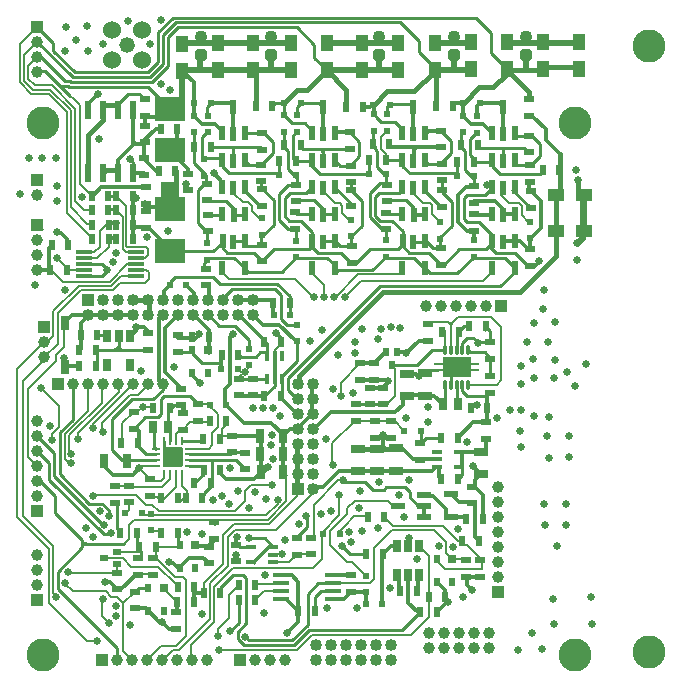
<source format=gbl>
G04 Layer_Physical_Order=4*
G04 Layer_Color=13085014*
%FSLAX25Y25*%
%MOIN*%
G70*
G01*
G75*
%ADD10C,0.00800*%
%ADD16R,0.03543X0.02362*%
%ADD24R,0.03622X0.01575*%
%ADD27R,0.02362X0.03543*%
%ADD34R,0.01575X0.03622*%
%ADD44R,0.01968X0.02598*%
%ADD47R,0.02756X0.05118*%
%ADD54R,0.01968X0.01968*%
%ADD55C,0.01000*%
%ADD56C,0.01200*%
%ADD57C,0.01600*%
%ADD58C,0.01400*%
%ADD61C,0.01042*%
%ADD63C,0.00600*%
%ADD74C,0.05200*%
%ADD75C,0.06000*%
%ADD76C,0.04000*%
%ADD77C,0.03937*%
%ADD78R,0.03937X0.03937*%
%ADD79R,0.04000X0.04000*%
%ADD80R,0.04000X0.04000*%
%ADD81C,0.04331*%
%ADD82P,0.04688X8X112.5*%
%ADD83R,0.03937X0.03937*%
%ADD84C,0.11000*%
%ADD85C,0.02600*%
%ADD86R,0.10236X0.07874*%
%ADD87R,0.06299X0.07480*%
%ADD88R,0.01968X0.01968*%
%ADD89R,0.02362X0.04528*%
%ADD90R,0.02362X0.06102*%
%ADD91R,0.05709X0.01181*%
%ADD92R,0.02756X0.04724*%
%ADD93R,0.05709X0.01772*%
%ADD94R,0.04528X0.02362*%
%ADD95R,0.05118X0.02756*%
%ADD96R,0.02756X0.03937*%
%ADD97R,0.02500X0.04000*%
%ADD98R,0.03937X0.05512*%
%ADD99R,0.05512X0.03937*%
G04:AMPARAMS|DCode=100|XSize=9.84mil|YSize=23.62mil|CornerRadius=1.97mil|HoleSize=0mil|Usage=FLASHONLY|Rotation=180.000|XOffset=0mil|YOffset=0mil|HoleType=Round|Shape=RoundedRectangle|*
%AMROUNDEDRECTD100*
21,1,0.00984,0.01968,0,0,180.0*
21,1,0.00591,0.02362,0,0,180.0*
1,1,0.00394,-0.00295,0.00984*
1,1,0.00394,0.00295,0.00984*
1,1,0.00394,0.00295,-0.00984*
1,1,0.00394,-0.00295,-0.00984*
%
%ADD100ROUNDEDRECTD100*%
G04:AMPARAMS|DCode=101|XSize=9.84mil|YSize=23.62mil|CornerRadius=1.97mil|HoleSize=0mil|Usage=FLASHONLY|Rotation=270.000|XOffset=0mil|YOffset=0mil|HoleType=Round|Shape=RoundedRectangle|*
%AMROUNDEDRECTD101*
21,1,0.00984,0.01968,0,0,270.0*
21,1,0.00591,0.02362,0,0,270.0*
1,1,0.00394,-0.00984,-0.00295*
1,1,0.00394,-0.00984,0.00295*
1,1,0.00394,0.00984,0.00295*
1,1,0.00394,0.00984,-0.00295*
%
%ADD101ROUNDEDRECTD101*%
G04:AMPARAMS|DCode=102|XSize=66.93mil|YSize=66.93mil|CornerRadius=2.01mil|HoleSize=0mil|Usage=FLASHONLY|Rotation=270.000|XOffset=0mil|YOffset=0mil|HoleType=Round|Shape=RoundedRectangle|*
%AMROUNDEDRECTD102*
21,1,0.06693,0.06291,0,0,270.0*
21,1,0.06291,0.06693,0,0,270.0*
1,1,0.00402,-0.03146,-0.03146*
1,1,0.00402,-0.03146,0.03146*
1,1,0.00402,0.03146,0.03146*
1,1,0.00402,0.03146,-0.03146*
%
%ADD102ROUNDEDRECTD102*%
G04:AMPARAMS|DCode=103|XSize=11.02mil|YSize=33.47mil|CornerRadius=1.98mil|HoleSize=0mil|Usage=FLASHONLY|Rotation=0.000|XOffset=0mil|YOffset=0mil|HoleType=Round|Shape=RoundedRectangle|*
%AMROUNDEDRECTD103*
21,1,0.01102,0.02950,0,0,0.0*
21,1,0.00705,0.03347,0,0,0.0*
1,1,0.00397,0.00353,-0.01475*
1,1,0.00397,-0.00353,-0.01475*
1,1,0.00397,-0.00353,0.01475*
1,1,0.00397,0.00353,0.01475*
%
%ADD103ROUNDEDRECTD103*%
G04:AMPARAMS|DCode=104|XSize=64.96mil|YSize=94.49mil|CornerRadius=1.95mil|HoleSize=0mil|Usage=FLASHONLY|Rotation=90.000|XOffset=0mil|YOffset=0mil|HoleType=Round|Shape=RoundedRectangle|*
%AMROUNDEDRECTD104*
21,1,0.06496,0.09059,0,0,90.0*
21,1,0.06106,0.09449,0,0,90.0*
1,1,0.00390,0.04530,0.03053*
1,1,0.00390,0.04530,-0.03053*
1,1,0.00390,-0.04530,-0.03053*
1,1,0.00390,-0.04530,0.03053*
%
%ADD104ROUNDEDRECTD104*%
%ADD105R,0.02598X0.01968*%
%ADD106R,0.02362X0.03150*%
%ADD107R,0.03150X0.03150*%
%ADD108C,0.02000*%
%ADD109C,0.02400*%
%ADD110R,0.03180X0.01102*%
%ADD111R,0.03280X0.01102*%
%ADD112R,0.03380X0.01102*%
%ADD113R,0.03380X0.01102*%
D10*
X40300Y147800D02*
G03*
X40500Y147600I200J0D01*
G01*
X37600Y114600D02*
G03*
X39900Y113244I1828J472D01*
G01*
X35600Y113300D02*
G03*
X37600Y114600I350J1650D01*
G01*
X27500Y48600D02*
G03*
X25579Y47400I-361J-1561D01*
G01*
Y49700D02*
G03*
X26999Y48725I1361J461D01*
G01*
X147583Y122400D02*
G03*
X149150Y122550I709J859D01*
G01*
X167700Y180600D02*
G03*
X165900Y179400I-300J-1500D01*
G01*
X165900D02*
G03*
X164300Y180600I-1400J-200D01*
G01*
X138300Y180700D02*
G03*
X136200Y179300I-350J-1750D01*
G01*
Y179400D02*
G03*
X133900Y180600I-1750J-550D01*
G01*
X107300Y180244D02*
G03*
X105600Y179000I-228J-1472D01*
G01*
D02*
G03*
X104000Y180244I-1422J-178D01*
G01*
X76000Y179400D02*
G03*
X74300Y180700I-1500J-200D01*
G01*
X77100Y180800D02*
G03*
X76000Y179400I150J-1250D01*
G01*
X42500Y183500D02*
G03*
X43900Y182100I1400J0D01*
G01*
X94441Y42441D02*
X97000Y45000D01*
X89240Y42441D02*
X94441D01*
X97000Y45000D02*
X97044Y45044D01*
X101900D01*
Y50556D02*
X102700Y51356D01*
Y61500D01*
X105344Y43444D02*
Y52344D01*
X102400Y40500D02*
X105344Y43444D01*
X75750Y40500D02*
X102400D01*
X26172Y159728D02*
X28272D01*
X23200Y162700D02*
X26172Y159728D01*
X23200Y162700D02*
Y193660D01*
X46900Y147600D02*
X47500Y147000D01*
X20400Y158844D02*
X28844Y150400D01*
X20400Y158844D02*
Y192500D01*
X27200Y155300D02*
X28744D01*
X21800Y160700D02*
X27200Y155300D01*
X21800Y160700D02*
Y193080D01*
X18200Y201100D02*
X24600Y194700D01*
X17200Y143800D02*
X20356Y140644D01*
Y140000D02*
Y140644D01*
Y140000D02*
X20424Y139931D01*
X26239D01*
X44500Y73700D02*
X48300Y69900D01*
X39500Y48600D02*
X41100Y50200D01*
X45244Y44412D02*
X45500Y44156D01*
X70800Y17800D02*
Y20100D01*
X74400Y23700D01*
X129140Y61260D02*
X130642D01*
X127400Y63000D02*
X129140Y61260D01*
X116300Y63000D02*
X127400D01*
X139500Y65000D02*
X140700D01*
X141100Y64600D01*
X147327Y122656D02*
X148291Y121691D01*
X141800Y122656D02*
X147327D01*
X131200Y138400D02*
X132160Y139360D01*
X117347Y138400D02*
X131200D01*
X21044Y38956D02*
X37100D01*
X20900Y39100D02*
X21044Y38956D01*
X20900Y39100D02*
X21800D01*
X125456Y28500D02*
X125556Y28600D01*
X108961Y35480D02*
X108982Y35500D01*
X121400D01*
X122800Y36900D01*
X113800Y42600D02*
X115356D01*
X108100Y48300D02*
X113800Y42600D01*
X108100Y48300D02*
Y52800D01*
X115356Y42600D02*
X120000Y37956D01*
X83156Y29880D02*
X86197Y32921D01*
X91639D01*
X83156Y34780D02*
X83576Y35200D01*
X111100Y58100D02*
Y64900D01*
X105344Y52344D02*
X111100Y58100D01*
X113900Y58600D02*
Y60600D01*
X108100Y52800D02*
X113900Y58600D01*
Y60600D02*
X116300Y63000D01*
X90800Y62000D02*
Y63300D01*
X97200Y64440D02*
Y67000D01*
X76200Y55100D02*
X87860D01*
X93500Y62720D02*
Y71540D01*
X70044Y56600D02*
X87380D01*
X93500Y62720D01*
X87860Y55100D02*
X97200Y64440D01*
X86900Y58100D02*
X90800Y62000D01*
X46044Y58100D02*
X86900D01*
X108900Y74800D02*
Y82100D01*
X24420Y134600D02*
X35180D01*
X15900Y117800D02*
Y126080D01*
X24420Y134600D01*
X25000Y133200D02*
X35760D01*
X17300Y125500D02*
X25000Y133200D01*
X17300Y115300D02*
Y125500D01*
X125100Y180200D02*
Y184344D01*
Y180200D02*
X126756Y178544D01*
X125100Y184344D02*
X127100Y186344D01*
X158800Y40300D02*
Y43156D01*
X146300Y40300D02*
X158800D01*
X22300Y32700D02*
X33300D01*
X19900Y35100D02*
X22300Y32700D01*
X3900Y57500D02*
X14500Y46900D01*
Y28700D02*
Y46900D01*
X5800Y58000D02*
X15900Y47900D01*
Y32257D02*
Y47900D01*
X14500Y28700D02*
X27100Y16100D01*
X15900Y32257D02*
X16900Y31257D01*
Y29900D02*
Y31257D01*
X84344Y157156D02*
X85400D01*
X82118Y159382D02*
X84344Y157156D01*
X82118Y159382D02*
Y161300D01*
X89600Y113044D02*
X92156Y115600D01*
X76300Y53200D02*
X90100D01*
X74000Y50900D02*
X76300Y53200D01*
X72500Y51400D02*
X76200Y55100D01*
X81850Y68200D02*
X88800D01*
X79800Y66150D02*
X81850Y68200D01*
X79800Y63000D02*
Y66150D01*
X76300Y59500D02*
X79800Y63000D01*
X51000Y59500D02*
X76300D01*
X80200Y18000D02*
X80250Y17950D01*
X97100Y13300D02*
X102000Y18200D01*
X71200Y13300D02*
X97100D01*
X102000Y18200D02*
X135011D01*
X71200Y13300D02*
X71300Y13200D01*
X57244Y29155D02*
X57422Y28978D01*
X52559Y33840D02*
X57244Y29155D01*
Y28800D02*
X57422Y28978D01*
X57100Y28656D02*
X57244Y28800D01*
X90100Y53200D02*
X102200Y65300D01*
X135011Y18200D02*
X140944Y24133D01*
Y44645D01*
X128700Y53200D02*
X142800D01*
X129156Y54600D02*
X145900D01*
X122800Y47300D02*
X128700Y53200D01*
X145900Y54600D02*
X150872Y49628D01*
X126156Y57600D02*
X129156Y54600D01*
X142800Y53200D02*
X146640Y49360D01*
X150872Y49628D02*
X152472D01*
X146640Y45559D02*
Y49360D01*
X143641Y42959D02*
X146300Y40300D01*
X56800Y14600D02*
X60100Y17900D01*
X51600Y14600D02*
X56800D01*
X52300Y9700D02*
X55768Y13168D01*
X68167Y23566D02*
Y25567D01*
X57767Y13168D02*
X68167Y23566D01*
X55768Y13168D02*
X57767D01*
X61800Y15000D02*
X69467Y22667D01*
X61800Y11700D02*
Y15000D01*
X60100Y17900D02*
Y36500D01*
X59200Y37400D02*
X60100Y36500D01*
X56300Y37400D02*
X59200D01*
X49944Y43756D02*
X56300Y37400D01*
X49000Y43756D02*
X49944D01*
X49000D02*
X49956Y44712D01*
Y47600D01*
X77356Y107000D02*
X78456Y105900D01*
X79600D01*
X77800Y103656D02*
Y104100D01*
X79600Y105900D01*
X81200Y107500D01*
Y108144D01*
X64200Y95156D02*
X67244D01*
X70700Y91700D01*
X38844Y88700D02*
X42600Y92456D01*
X171100Y162200D02*
X172000Y161300D01*
Y158156D02*
Y161300D01*
X126756Y176400D02*
Y178544D01*
X138500Y75844D02*
X139456Y76800D01*
X102160Y139640D02*
Y140371D01*
X114400Y156600D02*
X115200D01*
X112200Y158800D02*
X114400Y156600D01*
X112200Y158800D02*
Y161200D01*
X111300Y162100D02*
X112200Y161200D01*
X109900Y162100D02*
X111300D01*
X80918Y162500D02*
X82118Y161300D01*
X144700Y155800D02*
X144900D01*
X142100Y158400D02*
X144700Y155800D01*
X142100Y158400D02*
Y161400D01*
X141300Y162200D02*
X142100Y161400D01*
X172000Y158156D02*
X174200Y155956D01*
X79000Y162500D02*
X80918D01*
X75900Y165600D02*
X79000Y162500D01*
X75900Y165600D02*
Y167229D01*
X105900Y166100D02*
X109900Y162100D01*
X105900Y166100D02*
Y167229D01*
X139000Y162200D02*
X141300D01*
X136100Y165100D02*
X139000Y162200D01*
X136100Y165100D02*
Y167629D01*
X58456Y63000D02*
X60356Y64900D01*
X61500Y89144D02*
X67688D01*
X58400Y86932D02*
X58963Y86369D01*
X145444Y120500D02*
X146323Y119621D01*
X52000Y63000D02*
X56631Y67632D01*
X60356Y64900D02*
Y66144D01*
X58600Y67900D02*
X60356Y66144D01*
X58600Y67900D02*
Y71900D01*
X56631Y67632D02*
Y71900D01*
X150260Y107395D02*
X151286Y106369D01*
X56631Y85232D02*
X57600Y86200D01*
X52694Y70695D02*
Y71900D01*
X51656Y69656D02*
X52694Y70695D01*
X52694Y74459D02*
X52694Y74459D01*
X52000Y67400D02*
X54663Y70063D01*
Y71900D01*
X56631Y82924D02*
Y85232D01*
X59000Y86644D02*
X61500Y89144D01*
X67688D02*
X67944Y89400D01*
X154197Y101587D02*
X163687D01*
X165200Y103100D01*
X116344Y89544D02*
X123800D01*
X73456Y88281D02*
Y89400D01*
X47600Y64144D02*
X50400D01*
X51544Y63000D01*
X52000D01*
X57056D02*
X58456D01*
X38844Y82100D02*
Y88700D01*
X52694Y82924D02*
Y83706D01*
Y74459D02*
X55647Y77412D01*
X72100Y86926D02*
X73456Y88281D01*
X70700Y87400D02*
Y91700D01*
X146323Y113202D02*
Y119621D01*
X148291Y113202D02*
Y121691D01*
X42600Y92456D02*
X43856D01*
X45700Y94300D01*
X48684D01*
X49084Y94700D01*
X44200Y98300D02*
X47300Y101400D01*
Y101800D01*
X32100Y89021D02*
X41379Y98300D01*
X32100Y85500D02*
Y89021D01*
X41379Y98300D02*
X44200D01*
X28954Y88454D02*
X42300Y101800D01*
X132160Y139160D02*
Y140371D01*
X61159Y80365D02*
X67665D01*
X108900Y82100D02*
X116344Y89544D01*
X7500Y77600D02*
X10500Y74600D01*
X25300Y125000D02*
X27500D01*
X3900Y106900D02*
X12800Y115800D01*
X3900Y57500D02*
Y106900D01*
X5800Y58000D02*
Y102900D01*
X12800Y109900D01*
Y110800D01*
X29537Y145737D02*
X31400Y147600D01*
X27039Y145737D02*
X29537D01*
X34356Y147656D02*
Y151500D01*
X30468Y143769D02*
X34356Y147656D01*
X27039Y143769D02*
X30468D01*
X46468Y143869D02*
X47500Y144900D01*
X16600Y111500D02*
X19400Y114300D01*
Y122184D01*
X7500Y77600D02*
Y100300D01*
X16600Y109400D01*
Y111500D01*
X12800Y115800D02*
X13900D01*
X12800Y110800D02*
X17300Y115300D01*
X13900Y115800D02*
X15900Y117800D01*
X4732Y202368D02*
X8500Y198600D01*
X14300D01*
X34600Y136000D02*
X40500Y141900D01*
X35180Y134600D02*
X38543Y137963D01*
X116056Y57700D02*
X119744D01*
X110856Y52500D02*
X111600Y53244D01*
Y53253D01*
X112947Y54600D01*
X112956D01*
X116056Y57700D01*
X169140Y185071D02*
X170225Y186156D01*
X9080Y200000D02*
X14880D01*
X6132Y202948D02*
X9080Y200000D01*
X6132Y202948D02*
Y211631D01*
X10500Y214900D02*
Y215000D01*
X9660Y201400D02*
X15460D01*
X7531Y203528D02*
X9660Y201400D01*
X4732Y202368D02*
Y215231D01*
X10500Y221000D01*
X6132Y211631D02*
X10500Y216000D01*
X7531Y203528D02*
Y208032D01*
X10500Y211000D01*
X38543Y137963D02*
X43561D01*
X47700Y136900D02*
Y139100D01*
X43561Y139931D02*
X43730Y140100D01*
X46869Y139931D02*
X47700Y139100D01*
X43561Y139931D02*
X46869D01*
X35760Y133200D02*
X38160Y135600D01*
X46400D01*
X47700Y136900D01*
X40500Y141900D02*
X43561D01*
X74400Y137000D02*
X96300D01*
X72160Y139240D02*
X74400Y137000D01*
X72160Y139240D02*
Y140371D01*
X132160Y139360D02*
Y140371D01*
X159100Y136300D02*
X162160Y139360D01*
Y140371D01*
X47500Y144900D02*
Y147000D01*
X32200Y24400D02*
X34500Y22100D01*
X27100Y16100D02*
X30500D01*
X48300Y69656D02*
X51656D01*
X48300D02*
Y69900D01*
X45259Y74459D02*
X50135D01*
X44500Y73700D02*
X45259Y74459D01*
X165200Y164800D02*
Y167229D01*
Y164800D02*
X167800Y162200D01*
X171100D01*
X165200Y103100D02*
Y120900D01*
X161800Y124300D02*
X165200Y120900D01*
X150900Y124300D02*
X161800D01*
X148291Y121691D02*
X149150Y122550D01*
X150900Y124300D01*
X89600Y112440D02*
Y113044D01*
X67665Y80365D02*
X68800Y81500D01*
Y85500D01*
X70700Y87400D01*
X72512Y84556D02*
X75500D01*
X72100Y84144D02*
Y86926D01*
X71356Y83400D02*
X72100Y84144D01*
X72512Y84556D01*
X71456Y73300D02*
Y73500D01*
X102700Y130600D02*
Y130800D01*
X96300Y137000D02*
X102700Y130600D01*
X109900Y130200D02*
X110000Y130100D01*
X109900Y130200D02*
Y131100D01*
X118554Y136300D02*
X159100D01*
X109624Y130676D02*
X117347Y138400D01*
X112854Y131000D02*
X113054Y130800D01*
X112500Y131000D02*
X112854D01*
X112908D01*
X129688Y89456D02*
X132844Y86300D01*
X128400Y89456D02*
X129688D01*
X123200D02*
X128400D01*
X111800Y102356D02*
X118200Y108756D01*
X111800Y97700D02*
Y102356D01*
X127000Y95044D02*
X129800Y97844D01*
X128600Y108056D02*
X129800Y106856D01*
Y97844D02*
Y106856D01*
X15544Y139456D02*
X19000Y136000D01*
X34600D01*
X32000Y95599D02*
Y100700D01*
X37600Y99219D02*
Y100700D01*
X27300Y92879D02*
Y101800D01*
X24000Y85619D02*
X37600Y99219D01*
X28954Y86879D02*
Y87279D01*
Y88454D01*
X24000Y83400D02*
Y85619D01*
X19600Y77000D02*
X21300Y75300D01*
X19600Y77000D02*
Y85179D01*
X27300Y92879D01*
X21200Y79300D02*
Y84799D01*
X32000Y95599D01*
X15400Y83200D02*
Y85300D01*
X17700Y87600D01*
Y94500D01*
X11600Y100600D02*
X17700Y94500D01*
X29600Y64900D02*
X43300D01*
X29200Y64500D02*
X29600Y64900D01*
X41200Y59956D02*
Y62344D01*
X39744Y58500D02*
X41200Y59956D01*
X42600Y67400D02*
X52000D01*
X36500Y67956D02*
X41200D01*
X48300Y52944D02*
X51500D01*
X51744Y52700D01*
X50756Y47600D02*
X57601D01*
X57741Y47740D01*
X61800Y11700D02*
X63500Y10000D01*
X44913Y45869D02*
X45244Y46200D01*
Y47600D01*
X46600Y61600D02*
X48900D01*
X43300Y64900D02*
X46600Y61600D01*
X39200Y12800D02*
X42000Y10000D01*
X102200Y65300D02*
Y66800D01*
X102700Y61500D02*
X110900Y69700D01*
X111900D01*
X68928Y55928D02*
X69500Y55356D01*
X83576Y35200D02*
X90876D01*
X74400Y23700D02*
Y31516D01*
X77644Y34760D01*
Y34780D01*
X137840Y47749D02*
X140944Y44645D01*
X148759Y43440D02*
X153516D01*
X153800Y43156D01*
X152784Y57560D02*
X153444Y56900D01*
X122800Y36900D02*
Y47300D01*
X146640Y45559D02*
X148759Y43440D01*
X153856Y48100D02*
X158800Y43156D01*
X151800Y48100D02*
X153856D01*
X74000Y41300D02*
Y50900D01*
X72000Y36750D02*
X75750Y40500D01*
X66200Y35600D02*
X72500Y41900D01*
X66200Y32232D02*
Y35600D01*
X66069Y32100D02*
X66200Y32232D01*
X72500Y41900D02*
Y51400D01*
X47000Y10000D02*
X51600Y14600D01*
X143641Y42959D02*
Y43440D01*
Y35960D02*
X143760D01*
X43756Y49088D02*
X45244Y47600D01*
X37100Y38956D02*
Y41693D01*
X37239Y41831D01*
Y45768D02*
X37339Y45869D01*
X44913D01*
X41100Y50200D02*
Y54800D01*
X42900Y56600D01*
X43744Y38644D02*
X50300D01*
X39200Y12800D02*
Y28756D01*
X43000Y32556D01*
X37156Y30800D02*
X39200Y28756D01*
X35200Y30800D02*
X37156D01*
X33300Y32700D02*
X35200Y30800D01*
X32200Y24400D02*
Y30200D01*
X21200Y79300D02*
X21900Y78600D01*
X69300Y55856D02*
X70044Y56600D01*
X42900D02*
X68256D01*
X68928Y55928D01*
X45300Y58844D02*
X46044Y58100D01*
X48900Y61600D02*
X51000Y59500D01*
X15460Y201400D02*
X23200Y193660D01*
X14880Y200000D02*
X21800Y193080D01*
X14300Y198600D02*
X20400Y192500D01*
X24600Y168644D02*
Y194700D01*
Y168644D02*
X28644Y164600D01*
X31400Y147600D02*
Y152844D01*
X34256Y155700D01*
X90876Y30082D02*
X91639D01*
X137256Y25744D02*
X138188D01*
X113054Y130800D02*
X118554Y136300D01*
X102160Y138740D02*
Y140371D01*
Y138740D02*
X106100Y134800D01*
Y130800D02*
Y134800D01*
D16*
X138100Y82156D02*
D03*
Y76644D02*
D03*
X60900Y171956D02*
D03*
Y166444D02*
D03*
X85500Y185456D02*
D03*
Y179944D02*
D03*
X145100Y141644D02*
D03*
Y147156D02*
D03*
X114600Y185756D02*
D03*
Y180244D02*
D03*
X145100Y186256D02*
D03*
Y180744D02*
D03*
X66800Y140356D02*
D03*
Y134844D02*
D03*
X46400Y191344D02*
D03*
Y196856D02*
D03*
X46300Y187956D02*
D03*
Y182444D02*
D03*
X46200Y177156D02*
D03*
Y171644D02*
D03*
X46900Y167456D02*
D03*
Y161944D02*
D03*
X46800Y159456D02*
D03*
Y153944D02*
D03*
X58400Y94744D02*
D03*
Y100256D02*
D03*
X36500Y67756D02*
D03*
Y62244D02*
D03*
X155500Y62044D02*
D03*
Y67556D02*
D03*
X158100Y43156D02*
D03*
Y37644D02*
D03*
X175100Y166156D02*
D03*
Y160644D02*
D03*
X145300Y169744D02*
D03*
Y175256D02*
D03*
Y166400D02*
D03*
Y160888D02*
D03*
X115200Y166556D02*
D03*
Y161044D02*
D03*
X85200Y169444D02*
D03*
Y174956D02*
D03*
X85300Y166856D02*
D03*
Y161344D02*
D03*
X127000Y168356D02*
D03*
Y162844D02*
D03*
X96700Y168256D02*
D03*
Y162744D02*
D03*
X67100Y168656D02*
D03*
Y163144D02*
D03*
X116600Y95056D02*
D03*
Y89544D02*
D03*
X125800Y95044D02*
D03*
Y100556D02*
D03*
X153400Y43156D02*
D03*
Y37644D02*
D03*
X123200Y83944D02*
D03*
Y89456D02*
D03*
X47300Y113244D02*
D03*
Y118756D02*
D03*
X42600Y86944D02*
D03*
Y92456D02*
D03*
X57500Y112544D02*
D03*
Y118056D02*
D03*
X77800Y103656D02*
D03*
Y98144D02*
D03*
X122800Y108756D02*
D03*
Y103244D02*
D03*
X43000Y32556D02*
D03*
Y27044D02*
D03*
X49000Y43756D02*
D03*
Y38244D02*
D03*
X56900Y25856D02*
D03*
Y20344D02*
D03*
X67700Y47556D02*
D03*
Y42044D02*
D03*
X69300Y50344D02*
D03*
Y55856D02*
D03*
X64200Y89644D02*
D03*
Y95156D02*
D03*
X85500Y148356D02*
D03*
Y142844D02*
D03*
X115300Y147756D02*
D03*
Y142244D02*
D03*
X174900Y146756D02*
D03*
Y141244D02*
D03*
X37100Y33444D02*
D03*
Y38956D02*
D03*
X121300Y95044D02*
D03*
Y100556D02*
D03*
X161300Y98944D02*
D03*
Y104456D02*
D03*
X59000Y92156D02*
D03*
Y86644D02*
D03*
X44100Y43756D02*
D03*
Y38244D02*
D03*
X48200Y70056D02*
D03*
Y64544D02*
D03*
X161300Y110344D02*
D03*
Y115856D02*
D03*
X79800Y78956D02*
D03*
Y73444D02*
D03*
X75500Y84556D02*
D03*
Y79044D02*
D03*
X174400Y191244D02*
D03*
Y196756D02*
D03*
X115080Y32544D02*
D03*
Y38056D02*
D03*
X82300Y98144D02*
D03*
Y103656D02*
D03*
X160000Y89056D02*
D03*
Y83544D02*
D03*
X118200Y103244D02*
D03*
Y108756D02*
D03*
X128400Y89456D02*
D03*
Y83944D02*
D03*
X96400Y159056D02*
D03*
Y153544D02*
D03*
X126700Y158956D02*
D03*
Y153444D02*
D03*
X174400Y184656D02*
D03*
Y179144D02*
D03*
X67300Y158356D02*
D03*
Y152844D02*
D03*
X140700Y116344D02*
D03*
Y121856D02*
D03*
X156100Y167756D02*
D03*
Y162244D02*
D03*
X156000Y158456D02*
D03*
Y152944D02*
D03*
X174800Y169244D02*
D03*
Y174756D02*
D03*
X115200Y169144D02*
D03*
Y174656D02*
D03*
X41200Y67956D02*
D03*
Y62444D02*
D03*
X76800Y48356D02*
D03*
Y42844D02*
D03*
X97000Y50512D02*
D03*
Y45000D02*
D03*
X101900Y45044D02*
D03*
Y50556D02*
D03*
D24*
X143760Y74241D02*
D03*
Y76800D02*
D03*
Y79359D02*
D03*
X151240D02*
D03*
Y74241D02*
D03*
X81760Y47559D02*
D03*
Y42441D02*
D03*
X89240D02*
D03*
Y45000D02*
D03*
Y47559D02*
D03*
D27*
X50944Y172700D02*
D03*
X56456D02*
D03*
X57156Y186700D02*
D03*
X51644D02*
D03*
X96656Y176100D02*
D03*
X91144D02*
D03*
X126756Y176400D02*
D03*
X121244D02*
D03*
X184556Y173300D02*
D03*
X179044D02*
D03*
X149056Y194400D02*
D03*
X143544D02*
D03*
X20356Y140000D02*
D03*
X14844D02*
D03*
X20856Y148100D02*
D03*
X15344D02*
D03*
X91756Y97900D02*
D03*
X86244D02*
D03*
X43756Y52300D02*
D03*
X38244D02*
D03*
X49956Y47600D02*
D03*
X44444D02*
D03*
X57344Y34200D02*
D03*
X62856D02*
D03*
X83156Y29880D02*
D03*
X77644D02*
D03*
X83156Y34780D02*
D03*
X77644D02*
D03*
X153444Y56900D02*
D03*
X158956D02*
D03*
X157756Y49400D02*
D03*
X152244D02*
D03*
X67656Y117600D02*
D03*
X62144D02*
D03*
X89100Y129000D02*
D03*
X94612D02*
D03*
X122344Y181900D02*
D03*
X127856D02*
D03*
X62756Y29300D02*
D03*
X57244D02*
D03*
X140944Y30800D02*
D03*
X146456D02*
D03*
X151744Y181400D02*
D03*
X157256D02*
D03*
X92744Y181600D02*
D03*
X98256D02*
D03*
X62744Y180800D02*
D03*
X68256D02*
D03*
X49084Y93900D02*
D03*
X54596D02*
D03*
X138188Y25744D02*
D03*
X143700D02*
D03*
X65844Y83400D02*
D03*
X71356D02*
D03*
X91756Y116000D02*
D03*
X86244D02*
D03*
X28644Y164500D02*
D03*
X34156D02*
D03*
X28644Y159800D02*
D03*
X34156D02*
D03*
X28744Y155000D02*
D03*
X34256D02*
D03*
X28844Y150300D02*
D03*
X34356D02*
D03*
X154544Y121300D02*
D03*
X160056D02*
D03*
X103056Y26100D02*
D03*
X97544D02*
D03*
X125756Y45100D02*
D03*
X120244D02*
D03*
X44056Y82100D02*
D03*
X38544D02*
D03*
X131544Y32924D02*
D03*
X137056D02*
D03*
X57256Y52200D02*
D03*
X51744D02*
D03*
X67944Y89400D02*
D03*
X73456D02*
D03*
X71944Y111500D02*
D03*
X77456D02*
D03*
X145544Y119300D02*
D03*
X151056D02*
D03*
X51744Y63800D02*
D03*
X57256D02*
D03*
X62844Y68700D02*
D03*
X68356D02*
D03*
X71456Y73300D02*
D03*
X65944D02*
D03*
X59988Y63700D02*
D03*
X65500D02*
D03*
X155956Y175700D02*
D03*
X150444D02*
D03*
X88856Y194600D02*
D03*
X83344D02*
D03*
X30556Y118100D02*
D03*
X25044D02*
D03*
X119056Y194100D02*
D03*
X113544D02*
D03*
X120644Y57600D02*
D03*
X126156D02*
D03*
X24544Y113200D02*
D03*
X30056D02*
D03*
Y108000D02*
D03*
X24544D02*
D03*
X145244Y70247D02*
D03*
X150756D02*
D03*
X71580Y32100D02*
D03*
X66069D02*
D03*
X155044Y94000D02*
D03*
X160556D02*
D03*
X145244Y83900D02*
D03*
X150756D02*
D03*
X42256Y164500D02*
D03*
X36744D02*
D03*
X42356Y159800D02*
D03*
X36844D02*
D03*
X42356Y155000D02*
D03*
X36844D02*
D03*
X42356Y150300D02*
D03*
X36844D02*
D03*
D34*
X92159Y111140D02*
D03*
Y103660D02*
D03*
X89600D02*
D03*
X87041D02*
D03*
Y111140D02*
D03*
X89600D02*
D03*
D44*
X126631Y112544D02*
D03*
X130569D02*
D03*
X128600Y108056D02*
D03*
D47*
X84860Y84600D02*
D03*
X92340D02*
D03*
X84860Y78600D02*
D03*
X92340D02*
D03*
X32860Y76100D02*
D03*
X40340D02*
D03*
X84960Y72600D02*
D03*
X92440D02*
D03*
D54*
X92844Y195600D02*
D03*
X98356D02*
D03*
X62744Y195500D02*
D03*
X68256D02*
D03*
X122544Y194800D02*
D03*
X128056D02*
D03*
X91244Y171600D02*
D03*
X96756D02*
D03*
X121244Y171800D02*
D03*
X126756D02*
D03*
X150444Y171100D02*
D03*
X155956D02*
D03*
X152444Y195500D02*
D03*
X157956D02*
D03*
X60156Y134700D02*
D03*
X54644D02*
D03*
X73556Y94900D02*
D03*
X68044D02*
D03*
X94812Y124700D02*
D03*
X89300D02*
D03*
X77356Y107000D02*
D03*
X71844D02*
D03*
X39744Y58700D02*
D03*
X45256D02*
D03*
X125456Y28500D02*
D03*
X119944D02*
D03*
X132844Y86300D02*
D03*
X138356D02*
D03*
X105744Y51800D02*
D03*
X111256D02*
D03*
D55*
X100000Y57900D02*
X100400Y57500D01*
Y54100D02*
Y57500D01*
X97000Y50700D02*
X100400Y54100D01*
X97000Y50512D02*
Y50700D01*
X82765Y42765D02*
X87700Y47700D01*
X82765Y42200D02*
Y42765D01*
X86399Y50400D02*
X89240Y47559D01*
X64100Y155444D02*
Y166600D01*
X124800Y134500D02*
X164800D01*
X94250Y103950D02*
X124800Y134500D01*
X154998Y112400D02*
X159587D01*
X154197Y113202D02*
X154998Y112400D01*
X159587D02*
X161322Y110666D01*
X157400Y115400D02*
Y115800D01*
X155900Y117300D02*
X157400Y115800D01*
X153900Y117300D02*
X155900D01*
X157400Y115400D02*
X157856Y115856D01*
X161300D01*
X48900Y202600D02*
X54100Y207800D01*
X48237Y204200D02*
X52500Y208463D01*
X10500Y216000D02*
X22300Y204200D01*
X18200Y201100D02*
X20875D01*
X47373Y201000D02*
X53800Y194573D01*
X20975Y201000D02*
X47373D01*
X20875Y201100D02*
X20975Y201000D01*
X21637Y202600D02*
X48900D01*
X21537Y202700D02*
X21637Y202600D01*
X19900Y202700D02*
X21537D01*
X22300Y204200D02*
X48237D01*
X47574Y205800D02*
X50900Y209125D01*
X22963Y205800D02*
X47574D01*
X15900Y212863D02*
X22963Y205800D01*
X12069Y210531D02*
X19900Y202700D01*
X11031Y210531D02*
X12069D01*
X15900Y212863D02*
Y215600D01*
X44600Y198500D02*
X45200Y197900D01*
X40600Y198500D02*
X44600D01*
X37400Y195300D02*
X40600Y198500D01*
X50900Y209125D02*
Y219200D01*
X52500Y208463D02*
Y218200D01*
X54100Y207800D02*
Y217500D01*
X56000Y94744D02*
X58600D01*
X54200Y92944D02*
X56000Y94744D01*
X25579Y48600D02*
X39500D01*
X25579Y47500D02*
Y49921D01*
X45244Y44412D02*
Y46200D01*
X77644Y22344D02*
Y29880D01*
X74900Y19600D02*
X77644Y22344D01*
X131200Y33268D02*
X131544Y32924D01*
X130360Y38300D02*
X131200Y37460D01*
X74729Y195400D02*
X75900Y194229D01*
X67200Y194044D02*
X68556Y195400D01*
X114700Y45100D02*
X120244D01*
X95437Y16400D02*
X100600Y21563D01*
X123000Y180200D02*
X123600Y179600D01*
Y179579D02*
Y179600D01*
X123000Y180200D02*
Y181244D01*
X123600Y179579D02*
X123900Y179279D01*
X37000Y10000D02*
Y13994D01*
X17400Y33594D02*
X37000Y13994D01*
X17400Y33594D02*
Y39321D01*
X25579Y47500D01*
X18100Y152500D02*
X20856Y149744D01*
X18000Y152500D02*
X18100D01*
X81200Y50400D02*
X86399D01*
X79900Y17600D02*
X81100Y16400D01*
X95437D01*
X96100Y14800D02*
X101000Y19700D01*
X79300Y14800D02*
X96100D01*
X77400Y16700D02*
X79300Y14800D01*
X101000Y19700D02*
X132144D01*
X57244Y29155D02*
Y29300D01*
Y28800D02*
Y29155D01*
X56900Y25856D02*
X57244Y26200D01*
X112100Y47700D02*
X114700Y45100D01*
X132144Y19700D02*
X138188Y25744D01*
X62300Y116500D02*
X64400Y118600D01*
X78197Y47459D02*
X81860D01*
X61556Y97800D02*
X64200Y95156D01*
X52700Y97800D02*
X61556D01*
X51900Y97000D02*
X52700Y97800D01*
X87041Y112440D02*
Y115603D01*
X77756Y111500D02*
X78356Y110900D01*
X58600Y94744D02*
X59000Y94344D01*
X54200Y87400D02*
Y92944D01*
Y87400D02*
X54663Y86937D01*
Y82924D02*
Y86937D01*
X83300Y110900D02*
X84840Y112440D01*
X87041D01*
X78356Y110900D02*
X83300D01*
X72160Y185371D02*
Y186240D01*
X66300Y177256D02*
X71275D01*
X65400Y184044D02*
X67200Y185844D01*
X65400Y177956D02*
Y184044D01*
Y177956D02*
X66600Y176756D01*
X67200Y191356D02*
Y194044D01*
X62700Y195056D02*
X62744Y195100D01*
X62700Y185844D02*
X62744Y185800D01*
Y180800D02*
Y185800D01*
X101889Y174711D02*
Y176100D01*
Y174711D02*
X104800Y171800D01*
X121244D01*
X157412Y180644D02*
X165900D01*
Y176229D02*
Y180644D01*
X164900Y171900D02*
X178244D01*
X162160Y174640D02*
X164900Y171900D01*
X162160Y174640D02*
Y176371D01*
X84644Y180800D02*
X85500Y179944D01*
X68256Y180800D02*
X84644D01*
X85100Y180144D02*
X85300Y179944D01*
X92600Y191456D02*
X95356Y188700D01*
X99600D01*
X102160Y186140D01*
X97000Y194244D02*
X98356Y195600D01*
X97000Y191456D02*
Y194244D01*
X92600Y191456D02*
X92844Y191700D01*
Y195600D01*
X89856D02*
X92844D01*
X88856Y194600D02*
X89856Y195600D01*
X104529D02*
X105900Y194229D01*
X98356Y195600D02*
X104529D01*
X92600Y185944D02*
X92744Y185800D01*
Y181600D02*
Y185800D01*
X95800Y184744D02*
X97000Y185944D01*
X151744Y185188D02*
X152300Y185744D01*
X151744Y181400D02*
Y185188D01*
X154800Y183500D02*
X157000Y185700D01*
X127100Y191856D02*
Y194444D01*
X123300Y191000D02*
X125000Y189300D01*
X132160Y185371D02*
Y186940D01*
X129800Y189300D02*
X132160Y186940D01*
X125000Y189300D02*
X129800D01*
X122344Y185988D02*
X122700Y186344D01*
X122344Y181900D02*
Y185988D01*
X154800Y178100D02*
Y183500D01*
Y178100D02*
X155956Y176944D01*
Y175700D02*
Y176944D01*
X175056Y174756D02*
X178000Y177700D01*
X169544Y174756D02*
X175056D01*
X153000Y173300D02*
X156100Y170200D01*
X151744Y180800D02*
X153000Y179544D01*
Y173300D02*
Y179544D01*
X157256Y180800D02*
X157412Y180644D01*
X123900Y174344D02*
Y179279D01*
X122344Y181900D02*
X123000Y181244D01*
X123900Y174344D02*
X126900Y171344D01*
X102160Y185371D02*
Y186140D01*
X95800Y176956D02*
Y184744D01*
X98256Y180800D02*
X98812Y180244D01*
X92744Y180800D02*
X94000Y179544D01*
Y173500D02*
Y179544D01*
X95800Y176956D02*
X96656Y176100D01*
X150756Y70247D02*
X151940Y71431D01*
Y74241D01*
X139500Y57520D02*
X139571Y57591D01*
X157400Y79240D02*
X159900D01*
X157281Y79359D02*
X157400Y79240D01*
X74796Y78396D02*
X75600Y79200D01*
X80356D01*
X38872Y76428D02*
X50135D01*
X35300Y80000D02*
X38872Y76428D01*
X58600Y82924D02*
X65300D01*
X82744Y145600D02*
X85500Y142844D01*
X73800Y145600D02*
X82744D01*
X72360Y147040D02*
X73800Y145600D01*
X76011Y144000D02*
X79640Y140371D01*
X67856Y144000D02*
X76011D01*
X132260Y148560D02*
Y149371D01*
X130696Y146996D02*
X132260Y148560D01*
X121496Y146996D02*
X130696D01*
X102160Y147760D02*
Y149371D01*
X101200Y146800D02*
X102160Y147760D01*
X89456Y146800D02*
X101200D01*
X85500Y142844D02*
X89456Y146800D01*
X146044Y141644D02*
X151200Y146800D01*
X145100Y141644D02*
X146044D01*
X116744Y142244D02*
X121496Y146996D01*
X115300Y142244D02*
X116744D01*
X126600Y144000D02*
X135931D01*
X91956Y139200D02*
X96900Y144144D01*
X79640Y140371D02*
X80811Y139200D01*
X96900Y144000D02*
X107200D01*
X71275Y177256D02*
X72160Y176371D01*
X109640Y167371D02*
X115200Y161811D01*
Y161044D02*
Y161811D01*
Y151088D02*
X118800Y154688D01*
X114600Y147756D02*
X115200Y148356D01*
X111255Y147756D02*
X114600D01*
X115200Y148356D02*
Y151088D01*
X109640Y149371D02*
X111255Y147756D01*
X111700Y145600D02*
X114378Y142922D01*
X104200Y145600D02*
X111700D01*
X115200Y166556D02*
X118800Y162956D01*
X115200Y166556D02*
Y169144D01*
X114800Y174656D02*
X117900Y177756D01*
X109640Y176371D02*
X111355Y174656D01*
X114800D02*
X115200D01*
X111355D02*
X114800D01*
X85200Y174956D02*
X89000Y178756D01*
X79640Y176371D02*
X81055Y174956D01*
X85200D01*
X121244Y171800D02*
Y176400D01*
X126756D02*
X126785Y176371D01*
X132160D01*
X90544Y172300D02*
X91144Y171700D01*
X74400Y172300D02*
X90544D01*
X72160Y174540D02*
X74400Y172300D01*
X72160Y174540D02*
Y176371D01*
X89300Y155000D02*
Y163200D01*
X85200Y150900D02*
X89300Y155000D01*
X85200Y148956D02*
Y150900D01*
Y167300D02*
X89300Y163200D01*
X85200Y167300D02*
Y169444D01*
Y166956D02*
Y167300D01*
Y166956D02*
X85300Y166856D01*
X91144Y171700D02*
Y176100D01*
X96656D02*
X101889D01*
X94000Y173500D02*
X97000Y170500D01*
Y168556D02*
Y170500D01*
X139640Y166048D02*
X145300Y160388D01*
X139640Y166048D02*
Y167371D01*
X148600Y154500D02*
Y162600D01*
X144900Y150800D02*
X148600Y154500D01*
X144900Y147356D02*
Y150800D01*
X144700Y175156D02*
X148400Y178856D01*
X144700Y175156D02*
X145100D01*
X140855D02*
X144700D01*
X139640Y176371D02*
X140855Y175156D01*
X144700Y169644D02*
X145300Y169044D01*
Y165900D02*
Y169044D01*
Y165900D02*
X148600Y162600D01*
X150444Y171100D02*
Y175700D01*
X156056Y175900D02*
X160760D01*
X149444Y172100D02*
X150444Y171100D01*
X134600Y172100D02*
X149444D01*
X132160Y174540D02*
X134600Y172100D01*
X132160Y174540D02*
Y176371D01*
X156100Y167756D02*
Y170200D01*
X145100Y186256D02*
X148400Y182956D01*
Y178856D02*
Y182956D01*
X168840Y166671D02*
X174683Y160828D01*
X109640Y140371D02*
Y141560D01*
X107200Y144000D02*
X109640Y141560D01*
X102160Y147640D02*
X104200Y145600D01*
X102160Y147640D02*
Y149371D01*
Y152540D01*
X98500Y156200D02*
X102160Y152540D01*
X94500Y156200D02*
X98500D01*
X93000Y157700D02*
X94500Y156200D01*
X93956Y153544D02*
X96400D01*
X91100Y156400D02*
X93956Y153544D01*
X91100Y156400D02*
Y165256D01*
X93000Y157700D02*
Y163800D01*
X94600Y165400D01*
X100189D01*
X102160Y167371D01*
X94100Y168256D02*
X96700D01*
X91100Y165256D02*
X94100Y168256D01*
X96700D02*
X97000Y168556D01*
X134500Y145600D02*
X141144D01*
X132260Y147840D02*
X134500Y145600D01*
X132260Y147840D02*
Y149371D01*
X141144Y145600D02*
X145100Y141644D01*
X135931Y144000D02*
X139400Y140531D01*
X132160Y166460D02*
Y167371D01*
X131100Y165400D02*
X132160Y166460D01*
X124400Y165400D02*
X131100D01*
X132260Y149371D02*
Y152740D01*
X128800Y156200D02*
X132260Y152740D01*
X124900Y156200D02*
X128800D01*
X123200Y157900D02*
X124900Y156200D01*
X123200Y157900D02*
Y164200D01*
X124400Y165400D01*
X125256Y153444D02*
X126900D01*
X121300Y157400D02*
X125256Y153444D01*
X121300Y157400D02*
Y165400D01*
X124656Y168756D02*
X127000D01*
X121300Y165400D02*
X124656Y168756D01*
X161160Y147740D02*
X163300Y145600D01*
X153900Y164800D02*
X159600D01*
X153800Y155700D02*
X157900D01*
X152800Y156700D02*
X153800Y155700D01*
X152800Y156700D02*
Y163700D01*
X153900Y164800D01*
X96700Y163100D02*
X102900D01*
X80140Y165871D02*
X84767Y161244D01*
X72145Y158356D02*
X72160Y158371D01*
X66700Y158356D02*
X72145D01*
X66800Y163144D02*
X66944Y163000D01*
X73300D01*
X76100Y160200D01*
Y158229D02*
Y160200D01*
X66156Y168656D02*
X66800D01*
X64100Y155444D02*
X67100Y152444D01*
Y148756D02*
Y152444D01*
X84100Y147856D02*
X85200Y148956D01*
X79640Y176371D02*
X80025Y176756D01*
X89000Y178756D02*
Y182400D01*
X85944Y185456D02*
X89000Y182400D01*
X79725Y185456D02*
X85944D01*
X79498Y158229D02*
X79640Y158371D01*
X76100Y158229D02*
X79498D01*
X75900Y149229D02*
X76042Y149371D01*
X79840D01*
X79600Y147856D02*
X84100D01*
X66700Y168756D02*
X66800Y168656D01*
X66700Y168756D02*
Y171444D01*
X79640Y185371D02*
X79725Y185456D01*
X75900Y176229D02*
Y180500D01*
X114600Y185756D02*
X117900Y182456D01*
Y177756D02*
Y182456D01*
X105600Y180244D02*
X114600D01*
X98812D02*
X105600D01*
Y176529D02*
X105900Y176229D01*
X105600Y176529D02*
Y180244D01*
X96400Y153544D02*
X96900Y153044D01*
Y149956D02*
Y153044D01*
X96400Y159056D02*
X97085Y158371D01*
X102160D01*
X102900Y163100D02*
X105900Y160100D01*
Y158229D02*
Y160100D01*
Y158229D02*
X106042Y158371D01*
X109640D01*
X105900Y149229D02*
X106042Y149371D01*
X109640D01*
X118800Y154688D02*
Y162956D01*
X139498Y158229D02*
X139640Y158371D01*
X139098Y149229D02*
X139740Y149871D01*
X142455Y147156D01*
X135900Y149229D02*
X139098D01*
X126600Y153144D02*
X126900Y153444D01*
X126600Y149856D02*
Y153144D01*
X126900Y168856D02*
X127000Y168756D01*
X126900Y168856D02*
Y171344D01*
Y158956D02*
X127485Y158371D01*
X132160D01*
X127000Y163244D02*
X133256D01*
X136000Y160500D01*
Y158229D02*
Y160500D01*
X142455Y147156D02*
X145100D01*
X144900Y147356D02*
X145100Y147156D01*
X44356Y80900D02*
X46860Y78396D01*
X49400Y81100D02*
Y88400D01*
X150260Y113202D02*
Y119500D01*
X66044Y71900D02*
Y73600D01*
X129800Y80840D02*
X130200Y80440D01*
X142102Y113202D02*
X146323D01*
X152756Y121300D02*
X154144D01*
X150956Y119500D02*
X152756Y121300D01*
X150956Y120500D02*
X151047Y120591D01*
X61159Y78396D02*
X61187Y78424D01*
X61159Y76428D02*
X61163Y76424D01*
X52694Y80365D02*
Y82924D01*
X146310Y101600D02*
X146323Y101587D01*
X150260Y95100D02*
Y101587D01*
X46860Y78396D02*
X50135D01*
X148291Y101587D02*
Y105426D01*
X61159Y74459D02*
X64997D01*
X65500Y73956D01*
X63244Y69100D02*
X66044Y71900D01*
X49400Y81100D02*
X50135Y80365D01*
X161300Y104456D02*
Y110344D01*
X152228Y99372D02*
Y101587D01*
Y99372D02*
X153900Y97700D01*
X160056D01*
X160356Y98000D01*
X159900Y79240D02*
X160000Y79340D01*
X123188Y95056D02*
X123200Y95044D01*
X42600Y86944D02*
X46400Y90744D01*
X161800Y212072D02*
Y218800D01*
X179000Y206772D02*
X179100Y206672D01*
X52694Y80365D02*
X55647Y77412D01*
X159756Y119956D02*
Y121200D01*
X161300Y115856D02*
Y119656D01*
X159756Y121200D02*
X161300Y119656D01*
X71556Y73600D02*
X71712Y73756D01*
X139944Y83900D02*
X145244D01*
X152228Y113202D02*
Y115628D01*
X153900Y117300D01*
X68406Y67800D02*
X68756D01*
Y76384D01*
X66000Y64700D02*
Y65394D01*
X68406Y67800D01*
X10500Y155000D02*
X12044Y153456D01*
X52300Y100000D02*
Y101800D01*
X46400Y90744D02*
X50844D01*
X51900Y91800D01*
Y97000D01*
X49072Y96772D02*
X52300Y100000D01*
X35300Y80000D02*
Y90100D01*
X41972Y96772D01*
X49072D01*
X32500Y54700D02*
X33100D01*
X32706Y51700D02*
X35200D01*
X10500Y69600D02*
X11400D01*
X16500Y64500D01*
Y59000D02*
Y64500D01*
X27900Y62000D02*
X32200D01*
X34400Y57900D02*
Y59800D01*
X32200Y62000D02*
X34400Y59800D01*
X61159Y78396D02*
X74796D01*
X61159Y76428D02*
X68800D01*
X67600Y124800D02*
X71100Y121300D01*
X156100Y144000D02*
X166400D01*
X163300Y145600D02*
X169744D01*
X174100Y141244D01*
X151200Y146800D02*
X160200D01*
X161160Y147760D01*
X162160Y149371D02*
Y151440D01*
X174900Y141244D02*
X175944D01*
X177600Y142900D01*
X127100Y194444D02*
X127756Y195100D01*
X135029D01*
X135900Y194229D01*
X137400Y61300D02*
X139571D01*
X134600Y64100D02*
X137400Y61300D01*
X134600Y64100D02*
Y66000D01*
X133100Y67500D02*
X134600Y66000D01*
X126900Y67500D02*
X133100D01*
X126000Y66600D02*
X126900Y67500D01*
X122300Y66600D02*
X126000D01*
X119600Y69300D02*
X122300Y66600D01*
X37600Y113344D02*
Y117724D01*
Y113344D02*
X37700Y113244D01*
X47300D01*
X30556Y118100D02*
X33484D01*
X33860Y117724D01*
X30356Y108100D02*
Y113200D01*
X30256Y108000D02*
X30356Y108100D01*
Y113244D02*
X37700D01*
X94812Y124700D02*
Y128800D01*
X94612Y129000D02*
X94812Y128800D01*
X94600Y129012D02*
X94612Y129000D01*
X27039Y141800D02*
X32200D01*
X34100Y139900D01*
X27039Y137863D02*
X32063D01*
X34100Y139900D01*
X174400Y184656D02*
X175344D01*
X178000Y182000D01*
Y177700D02*
Y182000D01*
X170355Y184656D02*
X174400D01*
X169640Y185371D02*
X170355Y184656D01*
X165900Y180644D02*
X172900D01*
X174400Y179144D01*
X10500Y221000D02*
X15900Y215600D01*
X10500Y205000D02*
X11600Y206100D01*
X13200D01*
X178800Y206572D02*
X179000Y206772D01*
X13200Y206100D02*
X21500Y197800D01*
X34156Y160100D02*
X36844D01*
X34156Y164600D02*
X36744D01*
X66000Y140056D02*
Y142144D01*
X67100Y143244D01*
X67856Y144000D01*
X80811Y139200D02*
X91956D01*
X71900Y129800D02*
X75500Y133400D01*
X69000Y137600D02*
X71400Y135200D01*
X56544Y137600D02*
X69000D01*
X54644Y135700D02*
X56544Y137600D01*
X122156Y139900D02*
X126600Y144344D01*
X110300Y139600D02*
X110600Y139900D01*
X122156D01*
X139640Y140371D02*
X141311Y138700D01*
X150560D01*
X156100Y144240D01*
X166400Y144000D02*
X170100Y140300D01*
X164800Y134500D02*
X169640Y139340D01*
Y140371D01*
X83100Y130500D02*
X83600Y130000D01*
X178244Y171900D02*
X179044Y172700D01*
X62744Y175400D02*
X66700Y171444D01*
X62744Y175400D02*
Y180800D01*
X72360Y149360D02*
Y149371D01*
X69200Y146200D02*
X72360Y149360D01*
X54735Y146200D02*
X69200D01*
X54600Y146335D02*
X54735Y146200D01*
X72360Y147040D02*
Y149360D01*
X159600Y164800D02*
X162165Y167365D01*
X157900Y155700D02*
X162160Y151440D01*
X92159Y96841D02*
Y103660D01*
X68756Y76384D02*
X68800Y76428D01*
X76717D01*
X79700Y73444D01*
X92159Y96841D02*
X97200Y91800D01*
X94250Y99750D02*
X97200Y96800D01*
X97000Y87000D02*
X97200Y87200D01*
X86600Y116000D02*
X86844D01*
X77500Y124644D02*
Y125000D01*
X92159Y103660D02*
Y104559D01*
X97120Y109520D01*
Y116144D01*
X89600Y101256D02*
Y103660D01*
X86244Y97900D02*
X89600Y101256D01*
X82300Y103656D02*
X87037D01*
X87041Y103660D01*
X77800Y103656D02*
X82300D01*
X71100Y121300D02*
X76400D01*
X81200Y116500D01*
Y113656D02*
Y116500D01*
X62144D02*
X62300D01*
X71644Y111000D02*
X72144Y111500D01*
X57500Y112544D02*
X61645D01*
X62141Y113040D01*
Y112359D02*
Y113040D01*
Y112359D02*
X65500Y109000D01*
X71644D01*
X96744Y121500D02*
X97400Y122156D01*
X93700Y121500D02*
X96744D01*
X75500Y133400D02*
X89800D01*
X91700Y131500D01*
X71400Y135200D02*
X90500D01*
X94600Y131100D01*
Y129012D02*
Y131100D01*
X94250Y99750D02*
Y103950D01*
X77700Y124900D02*
X86600Y116000D01*
X91700Y123500D02*
Y131500D01*
Y123500D02*
X93700Y121500D01*
X138356Y82312D02*
Y86300D01*
X138300Y82256D02*
X138356Y82312D01*
X139944Y83900D01*
X146323Y95100D02*
Y101587D01*
X117800Y95056D02*
X123188D01*
X123200Y95044D02*
X125800D01*
X127000D01*
X136956Y108056D02*
X142102Y113202D01*
X128600Y108056D02*
X136956D01*
X140560Y106400D02*
X144100D01*
X139600Y105440D02*
X140560Y106400D01*
X102900Y210472D02*
Y214900D01*
Y210472D02*
X107000Y206372D01*
X50900Y219200D02*
X55700Y224000D01*
X156600D01*
X161800Y218800D01*
X52500Y218200D02*
X56700Y222400D01*
X131500D01*
X54100Y217500D02*
X57400Y220800D01*
X97000D01*
X102900Y214900D01*
X131500Y222400D02*
X137800Y216100D01*
Y212561D02*
Y216100D01*
X20856Y147300D02*
Y149744D01*
X21156Y147300D02*
Y148344D01*
X22300Y90000D02*
Y101800D01*
X14500Y69906D02*
X32706Y51700D01*
X16100Y71100D02*
X32500Y54700D01*
X14500Y69906D02*
Y75600D01*
X10500Y79600D02*
X14500Y75600D01*
X16100Y71100D02*
Y79000D01*
X10500Y84600D02*
X16100Y79000D01*
X18000Y71900D02*
X27900Y62000D01*
X18000Y85700D02*
X22300Y90000D01*
X18000Y71900D02*
Y85700D01*
X37200Y53494D02*
Y61744D01*
X38444Y51600D02*
Y52250D01*
X37200Y53494D02*
X38444Y52250D01*
X36500Y62444D02*
X37200Y61744D01*
X57256Y48425D02*
Y52700D01*
X92440Y72600D02*
X93500Y71540D01*
X92440Y83580D02*
X92900Y84040D01*
X69500Y55356D02*
X69678Y55178D01*
X69700Y55200D01*
X111900Y69300D02*
X119600D01*
X68928Y55928D02*
X69300Y56300D01*
X16500Y59000D02*
X25579Y49921D01*
X43756Y49088D02*
Y52300D01*
X77300Y48356D02*
X78197Y47459D01*
X43000Y32556D02*
X44284Y33840D01*
X47441D01*
X50200Y172700D02*
X51444D01*
X46200Y176700D02*
X50200Y172700D01*
X46200Y176700D02*
Y177156D01*
Y177556D01*
X54600Y165427D02*
X56956Y167783D01*
X64100Y166600D02*
X66156Y168656D01*
X37400Y195030D02*
Y195300D01*
X137800Y212561D02*
X143888Y206472D01*
X161800Y212072D02*
X167100Y206772D01*
X105220Y32921D02*
X108961D01*
X103000Y30700D02*
X105220Y32921D01*
X103000Y26156D02*
Y30700D01*
Y26156D02*
X103056Y26100D01*
X104079Y35480D02*
X108961D01*
X100600Y32000D02*
X104079Y35480D01*
X100600Y21563D02*
Y32000D01*
X71580Y32100D02*
Y33880D01*
X75900Y38200D01*
X79100D01*
X80200Y37100D01*
X77400Y19300D02*
X80200Y22100D01*
Y37100D01*
X77400Y16700D02*
Y19300D01*
D56*
X43400Y119600D02*
Y120700D01*
X41524Y117724D02*
X43400Y119600D01*
X10500Y140000D02*
X14844D01*
X14400Y147156D02*
X15344Y148100D01*
X14400Y140444D02*
Y147156D01*
Y140444D02*
X14844Y140000D01*
X10500D02*
X10600Y139900D01*
X42326Y172044D02*
X46200D01*
X131200Y33268D02*
Y37460D01*
X143641Y35960D02*
X146456Y33145D01*
Y30800D02*
Y33145D01*
X141100Y64600D02*
X142500D01*
X146900Y60200D01*
X147340Y57560D02*
X148429D01*
X146900Y58000D02*
X147340Y57560D01*
X146900Y58000D02*
Y60200D01*
X135756Y76744D02*
X138300D01*
X155912Y89056D02*
X160000D01*
X150756Y83900D02*
X155912Y89056D01*
X55701Y42300D02*
X57741Y40260D01*
X115080Y32544D02*
X115180Y32444D01*
X120000D01*
X158956Y56900D02*
Y64900D01*
X156300Y67556D02*
X158956Y64900D01*
X125556Y28600D02*
Y45100D01*
X125756D02*
X128405Y47749D01*
X130360D01*
X119944Y28500D02*
X120000Y28556D01*
Y32444D01*
X93900Y18800D02*
X97544Y22444D01*
Y26100D01*
X42356Y155300D02*
X43512Y154144D01*
X47256D01*
X42356Y155300D02*
Y164400D01*
Y150400D02*
Y155300D01*
X42256Y164500D02*
X42356Y164400D01*
X89600Y103660D02*
Y111140D01*
X90000Y118900D02*
X91756Y117144D01*
Y116000D02*
Y117144D01*
X57244Y26200D02*
Y28800D01*
X155600Y74460D02*
X158300Y71760D01*
X155600Y74460D02*
Y74500D01*
X153800Y34800D02*
X155500Y33100D01*
X153800Y34800D02*
Y37644D01*
X156300Y69760D02*
X158300Y71760D01*
X156300Y67556D02*
Y69760D01*
Y50856D02*
X157756Y49400D01*
X156300Y50856D02*
Y62044D01*
X146656Y28700D02*
X147500D01*
X65844Y43900D02*
X67700Y42044D01*
X61100Y43900D02*
X65844D01*
X57941Y40741D02*
X61100Y43900D01*
X57941Y40560D02*
Y40741D01*
X62756Y34100D02*
X62856Y34200D01*
X62756Y29300D02*
Y34100D01*
X62856Y34200D02*
X63056Y34000D01*
Y32100D02*
Y34000D01*
X62856Y29400D02*
Y31900D01*
X63056Y32100D01*
X66069D01*
X62756Y29300D02*
X62856Y29400D01*
X54356Y20344D02*
X56900D01*
X52100Y22600D02*
X54356Y20344D01*
X67656Y112337D02*
Y116500D01*
X62700Y124900D02*
X67656Y119944D01*
Y117600D02*
Y119944D01*
X175687Y151087D02*
X178300Y153700D01*
Y163000D01*
X62744Y195100D02*
Y195500D01*
X62700Y191356D02*
X65556Y188500D01*
X69900D01*
X72160Y186240D01*
X62700Y191356D02*
Y195056D01*
X152300Y191256D02*
X155156Y188400D01*
X159131D01*
X162160Y185371D01*
X164629Y195500D02*
X165900Y194229D01*
X157956Y195500D02*
X164629D01*
X157000Y191156D02*
Y194544D01*
X157956Y195500D01*
X149056Y194400D02*
X150156Y195500D01*
X152444D01*
X152300Y195356D02*
X152444Y195500D01*
X152300Y191256D02*
Y195356D01*
X165900Y158229D02*
X166042Y158371D01*
X169640D01*
X165900Y158229D02*
Y160100D01*
X174522Y166778D02*
X178300Y163000D01*
X174800Y147456D02*
Y149844D01*
X174100Y146756D02*
X174800Y147456D01*
X154800Y206472D02*
X155100Y206772D01*
X144460Y71031D02*
X145244Y70247D01*
X144460Y71031D02*
Y74241D01*
X151013Y62456D02*
X155100D01*
X139571Y57591D02*
Y61300D01*
X148429Y65040D02*
X151013Y62456D01*
X142160Y72960D02*
X143200Y74000D01*
X130200Y72960D02*
X142160D01*
X139456Y76800D02*
X144460D01*
X103200Y87200D02*
X108378Y92378D01*
X102200Y87200D02*
X103200D01*
X174300Y166656D02*
X174800Y166156D01*
X174300Y166656D02*
Y168156D01*
X153500Y167400D02*
X154600D01*
X150800Y164700D02*
X153500Y167400D01*
X150800Y156000D02*
Y164700D01*
X153856Y152944D02*
X156000D01*
X150800Y156000D02*
X153856Y152944D01*
X109640Y185371D02*
X110025Y185756D01*
X114600D01*
X140040Y185271D02*
X141025Y186256D01*
X145100D01*
X136000Y180744D02*
X145100D01*
X127400D02*
X136000D01*
X136200Y180544D01*
Y176500D02*
Y180544D01*
X174300Y168156D02*
X174400Y168056D01*
X160356Y89612D02*
Y98000D01*
X148291Y105426D02*
X150260Y107395D01*
X152228Y109363D01*
X160356Y98000D02*
X161300Y98944D01*
X44356Y80900D02*
Y86188D01*
X43600Y86944D02*
X44356Y86188D01*
X42600Y86944D02*
X43600D01*
X123700Y72860D02*
X130100D01*
X130200Y72960D01*
X117400Y72860D02*
X123700D01*
X165300Y149529D02*
X165342Y149571D01*
X156856Y158300D02*
X161389D01*
X161460Y158371D01*
X156100Y149752D02*
Y152844D01*
X156000Y152944D02*
X156100Y152844D01*
X165342Y149571D02*
X171285D01*
X174100Y146756D01*
X155044Y93600D02*
Y94000D01*
Y93600D02*
X155444Y94000D01*
X53000Y105856D02*
X58600Y100256D01*
X53000Y105856D02*
Y120500D01*
X51200Y102900D02*
X52300Y101800D01*
X78300Y130300D02*
X78600Y130000D01*
X51200Y102900D02*
Y123700D01*
X52500Y125000D01*
X53000Y120500D02*
X57500Y125000D01*
X167000Y206672D02*
X167100Y206772D01*
X122544Y194800D02*
X122700Y194956D01*
Y195244D01*
X119056Y194100D02*
X121556D01*
X41340Y117724D02*
X41524D01*
X19783Y108000D02*
X24744D01*
X19400Y107616D02*
X19783Y108000D01*
X82700Y129900D02*
X88200D01*
X89100Y129000D01*
Y124900D02*
Y129000D01*
Y124900D02*
X89300Y124700D01*
X142736Y206009D02*
X143100Y206372D01*
X58800Y195600D02*
X58900Y195500D01*
X34356Y150400D02*
X36844D01*
X77700Y129900D02*
X82700D01*
X156100Y162800D02*
X163200D01*
X165900Y160100D01*
X77800Y98144D02*
X78044Y97900D01*
X86244D01*
X57500Y117256D02*
X61388D01*
X62144Y116500D01*
X62141Y104859D02*
Y105560D01*
Y104859D02*
X64700Y102300D01*
X71644Y107000D02*
Y109000D01*
Y111000D01*
X96258Y116538D02*
X96700D01*
X82200Y125300D02*
X85900Y121600D01*
X91196D01*
X96258Y116538D01*
X130200Y80440D02*
X132060D01*
X135756Y76744D01*
X125700Y81240D02*
X126600Y80340D01*
X123200Y83944D02*
X125700D01*
X128400D01*
X125700Y81240D02*
Y83944D01*
Y84900D01*
X125800Y100556D02*
Y100700D01*
X127800Y102700D01*
X122500Y100556D02*
X125800D01*
X118200Y108756D02*
X122800D01*
X122843D01*
X126631Y112544D01*
X130569D02*
X132956D01*
X133400Y112100D01*
X133600Y105340D02*
X136760D01*
X137600Y104500D01*
X108378Y92378D02*
X129878D01*
X132500Y95000D01*
Y97000D01*
X134100Y28900D02*
Y37900D01*
X137540Y33009D02*
Y38300D01*
X148429Y57560D02*
X152784D01*
X51201Y22600D02*
X52100D01*
X63059Y47740D02*
X67516D01*
X69300Y49524D02*
Y50344D01*
X67516Y47740D02*
X69300Y49524D01*
X153800Y37644D02*
X158800D01*
X37100Y33444D02*
X38544D01*
X43744Y38644D01*
X43000Y27044D02*
X46757D01*
X51201Y22600D01*
X102200Y67400D02*
X105700D01*
X111160Y72860D01*
X117400D01*
X67700Y129900D02*
Y133944D01*
X66800Y134844D02*
X67700Y133944D01*
X62744Y195500D02*
Y202428D01*
X58900Y206272D02*
X62744Y202428D01*
X42300Y172070D02*
X42326Y172044D01*
X50000Y187000D02*
X51444D01*
X45900Y182900D02*
X50000Y187000D01*
X45900Y182444D02*
Y182900D01*
X47256Y154144D02*
X52300Y149100D01*
X46300Y187956D02*
Y190844D01*
X46400Y190944D01*
X51771D01*
X54600Y193773D01*
X28644Y164600D02*
X29000D01*
X31900Y167500D01*
X45844D01*
X46300Y167956D01*
X121556Y194100D02*
X122700Y195244D01*
Y191856D02*
Y194956D01*
X91639Y30361D02*
X93283D01*
X97544Y26100D01*
X91639Y38039D02*
X95261D01*
X97544Y35756D01*
Y26100D02*
Y35756D01*
X108961Y38039D02*
X115063D01*
X115080Y38056D01*
X108961Y30361D02*
X112898D01*
X115080Y32544D01*
X143700Y25744D02*
X146656Y28700D01*
X134100Y28900D02*
X137256Y25744D01*
D57*
X125800Y132600D02*
X171500D01*
X97800Y104600D02*
X125800Y132600D01*
X32400Y195030D02*
X37400D01*
X32300Y189900D02*
Y193330D01*
X27300Y184900D02*
X32300Y189900D01*
X27300Y172070D02*
Y184900D01*
X59000Y92156D02*
Y94344D01*
X179928Y207500D02*
X190228D01*
X117400Y80340D02*
X123700D01*
X130100D02*
X130200Y80440D01*
X190228Y207500D02*
X191100Y208372D01*
X42700Y129900D02*
X47700D01*
Y124900D02*
Y129900D01*
X179100Y206672D02*
X179928Y207500D01*
X32300Y172070D02*
X33430Y173200D01*
X37300D01*
X190600Y167028D02*
Y169700D01*
X184656Y165956D02*
Y178544D01*
X183272Y164572D02*
X184656Y165956D01*
X171500Y132600D02*
X183272Y144372D01*
Y164572D01*
X97800Y101500D02*
Y104600D01*
X123700Y80340D02*
X126600D01*
X130100D01*
X174400Y196756D02*
Y199272D01*
X167100Y206572D02*
X174400Y199272D01*
X173400Y206572D02*
X178800D01*
X97200Y67200D02*
Y82200D01*
X56856Y167783D02*
Y172700D01*
X83344Y194600D02*
Y205428D01*
X92844Y195600D02*
X97144Y199900D01*
X100528D01*
X107000Y206372D01*
X113544Y194100D02*
Y199828D01*
X107000Y206372D02*
X113544Y199828D01*
X127244Y199500D02*
X136228D01*
X142736Y206009D01*
X122700Y194956D02*
X127244Y199500D01*
X143544Y194400D02*
Y205201D01*
X142736Y206009D02*
X143544Y205201D01*
X152444Y195500D02*
X152600D01*
X157900Y200800D01*
X162500D01*
X167000Y205300D01*
Y206672D01*
X167100Y206572D01*
X173400D01*
D58*
X43400Y120700D02*
X46100D01*
X47300Y119500D01*
X27300Y193330D02*
Y195100D01*
X30700Y198500D01*
X68556Y195400D02*
X74729D01*
X151940Y74241D02*
Y79359D01*
X88577Y88900D02*
X92340Y85137D01*
X75500Y84556D02*
X84816D01*
X76800Y50400D02*
X77200Y50800D01*
X76800Y48356D02*
Y50400D01*
X73056Y95300D02*
Y100156D01*
X75900Y185229D02*
Y194229D01*
X165900Y185229D02*
Y194229D01*
X135900Y185229D02*
Y194229D01*
X105900Y185229D02*
Y194229D01*
X151940Y79359D02*
X157281D01*
X136000Y158229D02*
X139498D01*
X160000Y79340D02*
Y83544D01*
X113500Y215428D02*
X113700Y215628D01*
X125200Y215528D02*
X125300Y215428D01*
X131150Y206322D02*
X131200Y206372D01*
X73056Y100156D02*
X74700Y101800D01*
X22117Y124900D02*
X27700D01*
X19400Y122184D02*
X22117Y124900D01*
X47300Y118756D02*
Y119500D01*
X25044Y113400D02*
Y118100D01*
X24844Y113200D02*
X25044Y113400D01*
Y118100D02*
Y122244D01*
X27700Y124900D01*
X28600Y125000D02*
X43600D01*
X34256Y155600D02*
X37344D01*
X37300Y172070D02*
Y173200D01*
X60156Y134700D02*
X62700Y132156D01*
Y129900D02*
Y132156D01*
X52700Y129900D02*
Y132756D01*
X54644Y134700D01*
X190600Y167028D02*
X192328Y165300D01*
X72160Y167371D02*
Y169240D01*
X69300Y172100D02*
X72160Y169240D01*
X55800Y143800D02*
Y145135D01*
X54735Y146200D02*
X55800Y145135D01*
X92340Y84600D02*
X92900Y84040D01*
X71456Y72244D02*
Y73300D01*
Y72244D02*
X73400Y70300D01*
X82660D01*
X84960Y72600D01*
Y84412D01*
X137644Y116344D02*
X140700D01*
X84816Y84556D02*
X84960Y84412D01*
Y72600D02*
X86200D01*
X87400Y73800D01*
X73556Y94900D02*
X79556Y88900D01*
X92340Y84600D02*
Y85137D01*
X79556Y88900D02*
X88577D01*
X94740Y87000D02*
X97000D01*
X97200D01*
X74700Y101800D02*
Y117500D01*
X75600Y118400D01*
X139600Y97960D02*
X142740D01*
X145600Y95100D01*
X133600Y98060D02*
X139500D01*
X139600Y97960D01*
X133400Y112100D02*
X137644Y116344D01*
X118200Y103244D02*
X122800D01*
X127256D01*
X127800Y102700D01*
X180100Y183100D02*
X184656Y178544D01*
X180100Y183100D02*
Y186800D01*
X175900Y191000D02*
X180100Y186800D01*
X102200Y92000D02*
Y102000D01*
X97200Y86800D02*
X102200Y91800D01*
X32920Y74340D02*
Y75500D01*
Y74340D02*
X35660Y71600D01*
X42400D01*
X44500Y73700D01*
X92440Y72600D02*
Y83580D01*
X92340Y84600D02*
X94740Y87000D01*
X33200Y35700D02*
X34844D01*
X37100Y33444D01*
X37300Y172070D02*
Y176600D01*
X42300Y181600D01*
X46200Y177556D02*
Y182900D01*
X42300Y181800D02*
Y192630D01*
Y181800D02*
X45144D01*
X57156Y182156D02*
Y187000D01*
X60900Y171956D02*
Y173400D01*
X54500Y179800D02*
X54650Y179650D01*
X60900Y173400D01*
X54600Y179600D02*
X54650Y179650D01*
X57156Y182156D01*
X47588Y160844D02*
X53771D01*
X54500Y160115D01*
X46400Y159656D02*
X47588Y160844D01*
X82400Y206372D02*
X83344Y205428D01*
X46300Y159756D02*
Y162444D01*
Y159756D02*
X46400Y159656D01*
D61*
X41900Y176400D02*
X42300Y176000D01*
Y172070D02*
Y176000D01*
D63*
X40200Y147800D02*
X40400Y147600D01*
X46900D01*
X68167Y25567D02*
X68224Y25624D01*
X69467Y22667D02*
Y34216D01*
X50800Y41000D02*
X56750Y35050D01*
X41900Y41000D02*
X50800D01*
X39100Y43800D02*
X41900Y41000D01*
X32750Y43800D02*
X39100D01*
X37344Y155056D02*
Y155600D01*
X36744Y164600D02*
X40200Y161144D01*
X37700Y158700D02*
X39000Y157400D01*
Y146900D02*
Y157400D01*
X40200Y147800D02*
Y161144D01*
X69467Y34216D02*
X72000Y36750D01*
X68224Y35524D02*
X74000Y41300D01*
X68224Y25624D02*
Y35524D01*
X39000Y146900D02*
X40063Y145837D01*
X43561D01*
D74*
X40500Y215000D02*
D03*
D75*
X45500Y210000D02*
D03*
X35500D02*
D03*
X45500Y220000D02*
D03*
X35500D02*
D03*
D76*
X108500Y10000D02*
D03*
Y15000D02*
D03*
X103500D02*
D03*
Y10000D02*
D03*
X118500D02*
D03*
Y15000D02*
D03*
X113500D02*
D03*
Y10000D02*
D03*
X123500D02*
D03*
Y15000D02*
D03*
X128500D02*
D03*
Y10000D02*
D03*
X82500Y125000D02*
D03*
Y130000D02*
D03*
X67500D02*
D03*
Y125000D02*
D03*
X62500D02*
D03*
Y130000D02*
D03*
X77500D02*
D03*
Y125000D02*
D03*
X72500D02*
D03*
Y130000D02*
D03*
X47500D02*
D03*
Y125000D02*
D03*
X52500D02*
D03*
Y130000D02*
D03*
X37500D02*
D03*
Y125000D02*
D03*
X42500D02*
D03*
Y130000D02*
D03*
X32500D02*
D03*
Y125000D02*
D03*
X27500D02*
D03*
X57500Y130000D02*
D03*
Y125000D02*
D03*
X97500Y102000D02*
D03*
X102500D02*
D03*
Y97000D02*
D03*
X97500D02*
D03*
X102500Y67000D02*
D03*
Y72000D02*
D03*
X97500D02*
D03*
Y82000D02*
D03*
X102500D02*
D03*
Y77000D02*
D03*
X97500D02*
D03*
Y92000D02*
D03*
X102500D02*
D03*
Y87000D02*
D03*
X97500D02*
D03*
D77*
X164000Y67500D02*
D03*
Y62500D02*
D03*
Y57500D02*
D03*
Y52500D02*
D03*
Y47500D02*
D03*
Y42500D02*
D03*
Y37500D02*
D03*
X93000Y10000D02*
D03*
X88000D02*
D03*
X83000D02*
D03*
X10500Y165000D02*
D03*
X161000Y19000D02*
D03*
Y14000D02*
D03*
X141000Y19000D02*
D03*
X146000D02*
D03*
X151000D02*
D03*
X156000D02*
D03*
Y14000D02*
D03*
X146000D02*
D03*
X141000D02*
D03*
X151000D02*
D03*
X10500Y64600D02*
D03*
Y69600D02*
D03*
Y74600D02*
D03*
Y79600D02*
D03*
Y84600D02*
D03*
X10500Y89600D02*
D03*
X22300Y101800D02*
D03*
X27300D02*
D03*
X32300D02*
D03*
X37300D02*
D03*
X42300D02*
D03*
X47300D02*
D03*
X52300D02*
D03*
X12800Y115800D02*
D03*
Y110800D02*
D03*
X10500Y206000D02*
D03*
Y211000D02*
D03*
Y216000D02*
D03*
Y140000D02*
D03*
Y145000D02*
D03*
Y150000D02*
D03*
X140000Y128000D02*
D03*
X145000D02*
D03*
X150000D02*
D03*
X155000D02*
D03*
X160000D02*
D03*
X37000Y10000D02*
D03*
X42000D02*
D03*
X47000D02*
D03*
X52000D02*
D03*
X57000D02*
D03*
X62000D02*
D03*
X67000D02*
D03*
X10500Y45000D02*
D03*
Y40000D02*
D03*
Y35000D02*
D03*
D78*
X164000Y32500D02*
D03*
X10500Y170000D02*
D03*
Y59600D02*
D03*
X12800Y120800D02*
D03*
X10500Y221000D02*
D03*
Y155000D02*
D03*
Y30000D02*
D03*
D79*
X27500Y130000D02*
D03*
D80*
X97500Y67000D02*
D03*
D81*
X65000Y217453D02*
D03*
X88500D02*
D03*
X173500D02*
D03*
X149500D02*
D03*
X124500D02*
D03*
D82*
X65000Y211547D02*
D03*
X88500D02*
D03*
X173500D02*
D03*
X149500D02*
D03*
X124500D02*
D03*
D83*
X78000Y10000D02*
D03*
X17300Y101800D02*
D03*
X165000Y128000D02*
D03*
X32000Y10000D02*
D03*
D84*
X214500Y12500D02*
D03*
Y214500D02*
D03*
X189700Y11500D02*
D03*
X12500D02*
D03*
X189700Y188700D02*
D03*
X12500D02*
D03*
D85*
X60000Y168600D02*
D03*
X53400Y143500D02*
D03*
X157400Y115400D02*
D03*
X43400Y120700D02*
D03*
X27400Y212900D02*
D03*
X23500Y216400D02*
D03*
X54000Y152900D02*
D03*
X43300Y163900D02*
D03*
X31200Y183500D02*
D03*
X32500Y215300D02*
D03*
X40700Y222800D02*
D03*
X48200Y215300D02*
D03*
X25500Y164200D02*
D03*
X51800Y202000D02*
D03*
X30700Y198500D02*
D03*
X41400Y176800D02*
D03*
X17200Y143800D02*
D03*
X60500Y52500D02*
D03*
X152000Y106800D02*
D03*
X20900Y39100D02*
D03*
X157100Y94700D02*
D03*
X152300Y31000D02*
D03*
X108400Y59600D02*
D03*
X90800Y63300D02*
D03*
X86900Y63500D02*
D03*
X88800Y68200D02*
D03*
X134300Y69900D02*
D03*
X107200Y27300D02*
D03*
X153900Y82400D02*
D03*
X19900Y35600D02*
D03*
X17100Y152500D02*
D03*
X93200Y49800D02*
D03*
X92100Y45131D02*
D03*
X81200Y50400D02*
D03*
X77500Y66300D02*
D03*
X88700Y84900D02*
D03*
X88500Y81600D02*
D03*
X93900Y18800D02*
D03*
X97700Y55150D02*
D03*
X155600Y74500D02*
D03*
X117000Y27300D02*
D03*
X65400Y25300D02*
D03*
X70800Y17800D02*
D03*
X128200Y33800D02*
D03*
X137100Y43400D02*
D03*
X144270Y47930D02*
D03*
X149100Y47400D02*
D03*
X134400Y50500D02*
D03*
X132700Y57500D02*
D03*
X147500Y29100D02*
D03*
X155500Y33100D02*
D03*
X150700Y53500D02*
D03*
X106700Y83400D02*
D03*
X54500Y42500D02*
D03*
X76800Y44800D02*
D03*
X79600Y105900D02*
D03*
X193400Y108500D02*
D03*
X29200Y51000D02*
D03*
X131100Y64900D02*
D03*
X21600Y75400D02*
D03*
X118200Y66300D02*
D03*
X124300Y69100D02*
D03*
X117817Y60600D02*
D03*
X32400Y86000D02*
D03*
X171700Y80700D02*
D03*
X179900Y54700D02*
D03*
X171400Y86100D02*
D03*
X187700Y77500D02*
D03*
X181200Y77300D02*
D03*
X187600Y84400D02*
D03*
X180500D02*
D03*
X186700Y54800D02*
D03*
X186600Y61700D02*
D03*
X179500D02*
D03*
X181000Y91000D02*
D03*
X176000Y91200D02*
D03*
X171900Y93200D02*
D03*
X171800Y107700D02*
D03*
X171700Y101800D02*
D03*
X187000Y106000D02*
D03*
X189900Y101200D02*
D03*
X182700Y103800D02*
D03*
X173800Y116000D02*
D03*
X175600Y110100D02*
D03*
X180700Y115800D02*
D03*
X183000Y110000D02*
D03*
X176200Y103900D02*
D03*
X183100Y122400D02*
D03*
X176200Y122200D02*
D03*
X179500Y133300D02*
D03*
X179100Y127000D02*
D03*
X183700Y48000D02*
D03*
X195300Y21700D02*
D03*
X182500Y30200D02*
D03*
X195000Y30800D02*
D03*
X182900Y21700D02*
D03*
X170800Y13200D02*
D03*
X175400Y18700D02*
D03*
X178600Y13400D02*
D03*
X124200Y116800D02*
D03*
X131500Y120600D02*
D03*
X29200Y64500D02*
D03*
X34400Y57900D02*
D03*
X31300Y59400D02*
D03*
X45700Y94300D02*
D03*
X35000Y52300D02*
D03*
X32900Y55000D02*
D03*
X26800Y54000D02*
D03*
X36700Y27700D02*
D03*
X36900Y24400D02*
D03*
X41500Y21600D02*
D03*
X34500Y22100D02*
D03*
X33200Y35700D02*
D03*
X140900Y94200D02*
D03*
X116300Y116000D02*
D03*
X133400Y112100D02*
D03*
X133500Y90500D02*
D03*
X74800Y73800D02*
D03*
X19500Y110500D02*
D03*
X56100Y107500D02*
D03*
X69100Y63200D02*
D03*
X19600Y133200D02*
D03*
X64400Y118600D02*
D03*
X177600Y142900D02*
D03*
X128300Y120800D02*
D03*
X109100Y74800D02*
D03*
X111100Y64900D02*
D03*
X112400Y69700D02*
D03*
X124000Y54000D02*
D03*
X118800Y52900D02*
D03*
X114400Y52400D02*
D03*
X112100Y47700D02*
D03*
X45200Y106100D02*
D03*
X33600Y140000D02*
D03*
X51600Y223300D02*
D03*
X7600Y177300D02*
D03*
X12000D02*
D03*
X16600D02*
D03*
X47000Y150700D02*
D03*
X36800Y145600D02*
D03*
X35600Y142600D02*
D03*
X4800Y165100D02*
D03*
X17200Y162900D02*
D03*
X17100Y167900D02*
D03*
X190600Y169700D02*
D03*
X20100Y221000D02*
D03*
X27000Y221100D02*
D03*
X190200Y173300D02*
D03*
X190400Y148700D02*
D03*
Y143300D02*
D03*
X69300Y172100D02*
D03*
X30500Y16100D02*
D03*
X16900Y30700D02*
D03*
X53800Y76100D02*
D03*
Y79100D02*
D03*
X56600Y77800D02*
D03*
X44500Y73700D02*
D03*
X160400Y168200D02*
D03*
X106100Y130800D02*
D03*
X125000Y120200D02*
D03*
X91300Y91100D02*
D03*
X82400Y93800D02*
D03*
X85700D02*
D03*
X89000Y93700D02*
D03*
X87400Y74100D02*
D03*
X89000Y77000D02*
D03*
X102700Y130800D02*
D03*
X113000D02*
D03*
X101300Y116100D02*
D03*
X105300Y119800D02*
D03*
X75600Y118400D02*
D03*
X64700Y102300D02*
D03*
X118700Y120100D02*
D03*
X110600Y111600D02*
D03*
X109200Y100200D02*
D03*
X111800Y97700D02*
D03*
X116300Y112100D02*
D03*
X90000Y118900D02*
D03*
X109500Y130800D02*
D03*
X168000Y93100D02*
D03*
X163800Y90400D02*
D03*
X125700Y84900D02*
D03*
X137600Y104500D02*
D03*
X140600Y89300D02*
D03*
X127500Y102700D02*
D03*
X115600Y98700D02*
D03*
X54600Y199700D02*
D03*
X9700Y135000D02*
D03*
X11600Y100600D02*
D03*
X24000Y83400D02*
D03*
X28954Y87279D02*
D03*
X15400Y83200D02*
D03*
X14600Y88000D02*
D03*
X65400Y51900D02*
D03*
X52100Y22600D02*
D03*
X77200Y50800D02*
D03*
X86200Y25600D02*
D03*
X79900Y17600D02*
D03*
X71200Y13300D02*
D03*
X100000Y57900D02*
D03*
X105000Y58400D02*
D03*
X74900Y19600D02*
D03*
X86472Y38129D02*
D03*
X32500Y30200D02*
D03*
X115100Y49200D02*
D03*
X21900Y78600D02*
D03*
X83000Y65900D02*
D03*
X74500Y61800D02*
D03*
X81100Y60400D02*
D03*
X72100Y64400D02*
D03*
X19800Y212900D02*
D03*
D86*
X54900Y160115D02*
D03*
Y146335D02*
D03*
Y179800D02*
D03*
Y193579D02*
D03*
D87*
X54600Y179600D02*
D03*
Y193773D02*
D03*
Y165427D02*
D03*
D88*
X92600Y191456D02*
D03*
Y185944D02*
D03*
X97000D02*
D03*
Y191456D02*
D03*
X67100Y143244D02*
D03*
Y148756D02*
D03*
X96900Y144144D02*
D03*
Y149656D02*
D03*
X126600Y144344D02*
D03*
Y149856D02*
D03*
X122700Y191856D02*
D03*
Y186344D02*
D03*
X127100D02*
D03*
Y191856D02*
D03*
X66200Y176756D02*
D03*
Y171244D02*
D03*
X156100Y144240D02*
D03*
Y149752D02*
D03*
X62900Y191256D02*
D03*
Y185744D02*
D03*
X67400D02*
D03*
Y191256D02*
D03*
X152300D02*
D03*
Y185744D02*
D03*
X157000Y185644D02*
D03*
Y191156D02*
D03*
X120000Y32444D02*
D03*
Y37956D02*
D03*
X97120Y121656D02*
D03*
Y116144D02*
D03*
X81200Y108144D02*
D03*
Y113656D02*
D03*
X48300Y53144D02*
D03*
Y58656D02*
D03*
X85400Y157156D02*
D03*
Y151644D02*
D03*
X115200Y151088D02*
D03*
Y156600D02*
D03*
X144900Y155800D02*
D03*
Y150288D02*
D03*
X174800Y150444D02*
D03*
Y155956D02*
D03*
D89*
X79640Y176371D02*
D03*
X72160D02*
D03*
X75900Y185229D02*
D03*
X79840Y149371D02*
D03*
X72360D02*
D03*
X76100Y158229D02*
D03*
X79640Y167371D02*
D03*
X72160D02*
D03*
X75900Y176229D02*
D03*
X109640Y149371D02*
D03*
X102160D02*
D03*
X105900Y158229D02*
D03*
X109640Y167371D02*
D03*
X102160D02*
D03*
X105900Y176229D02*
D03*
X109640Y176371D02*
D03*
X102160D02*
D03*
X105900Y185229D02*
D03*
X169640Y167371D02*
D03*
X162160D02*
D03*
X165900Y176229D02*
D03*
X169640Y149371D02*
D03*
X162160D02*
D03*
X165900Y158229D02*
D03*
X169640Y176371D02*
D03*
X162160D02*
D03*
X165900Y185229D02*
D03*
X139740Y149371D02*
D03*
X132260D02*
D03*
X136000Y158229D02*
D03*
X139640Y167371D02*
D03*
X132160D02*
D03*
X135900Y176229D02*
D03*
X139640Y176371D02*
D03*
X132160D02*
D03*
X135900Y185229D02*
D03*
X105900Y149229D02*
D03*
X102160Y140371D02*
D03*
X109640D02*
D03*
X75900Y149229D02*
D03*
X72160Y140371D02*
D03*
X79640D02*
D03*
X165900Y149229D02*
D03*
X162160Y140371D02*
D03*
X169640D02*
D03*
X135900Y149229D02*
D03*
X132160Y140371D02*
D03*
X139640D02*
D03*
X79640Y158371D02*
D03*
X72160D02*
D03*
X75900Y167229D02*
D03*
X109640Y158371D02*
D03*
X102160D02*
D03*
X105900Y167229D02*
D03*
X139640Y158371D02*
D03*
X132160D02*
D03*
X135900Y167229D02*
D03*
X169640Y158371D02*
D03*
X162160D02*
D03*
X165900Y167229D02*
D03*
X79640Y185371D02*
D03*
X72160D02*
D03*
X75900Y194229D02*
D03*
X109640Y185371D02*
D03*
X102160D02*
D03*
X105900Y194229D02*
D03*
X139640Y185371D02*
D03*
X132160D02*
D03*
X135900Y194229D02*
D03*
X169640Y185371D02*
D03*
X162160D02*
D03*
X165900Y194229D02*
D03*
D90*
X27300Y193330D02*
D03*
X32300D02*
D03*
X37300D02*
D03*
X42300D02*
D03*
X27300Y172070D02*
D03*
X32300D02*
D03*
X37300D02*
D03*
X42300D02*
D03*
D91*
X26239Y137963D02*
D03*
Y139931D02*
D03*
Y141900D02*
D03*
Y143869D02*
D03*
Y145837D02*
D03*
X43561Y137963D02*
D03*
Y139931D02*
D03*
Y141900D02*
D03*
Y143869D02*
D03*
Y145837D02*
D03*
D92*
X19700Y107616D02*
D03*
Y122184D02*
D03*
D93*
X108961Y38039D02*
D03*
Y35480D02*
D03*
Y32921D02*
D03*
Y30361D02*
D03*
X91639Y38039D02*
D03*
Y35480D02*
D03*
Y32921D02*
D03*
Y30361D02*
D03*
D94*
X130642Y61260D02*
D03*
X139500Y57520D02*
D03*
Y65000D02*
D03*
X139571Y61300D02*
D03*
X148429Y57560D02*
D03*
Y65040D02*
D03*
D95*
X117400Y80340D02*
D03*
Y72860D02*
D03*
X158300Y71760D02*
D03*
Y79240D02*
D03*
X130200Y80440D02*
D03*
Y72960D02*
D03*
X123700Y80340D02*
D03*
Y72860D02*
D03*
X139600Y105440D02*
D03*
Y97960D02*
D03*
X133600Y105340D02*
D03*
Y97860D02*
D03*
D96*
X33860Y117724D02*
D03*
X37600D02*
D03*
X41340D02*
D03*
X33860Y108276D02*
D03*
X41340D02*
D03*
X134100Y38300D02*
D03*
X137840D02*
D03*
X130360D02*
D03*
X137840Y47749D02*
D03*
X134100D02*
D03*
X130360D02*
D03*
D97*
X150600Y95100D02*
D03*
X145600D02*
D03*
X49200Y87400D02*
D03*
X54200D02*
D03*
D98*
X82500Y215428D02*
D03*
Y206372D02*
D03*
X155100Y206772D02*
D03*
Y215828D02*
D03*
X191100Y206772D02*
D03*
Y215828D02*
D03*
X130600Y215428D02*
D03*
Y206372D02*
D03*
X95000D02*
D03*
Y215428D02*
D03*
X58900Y215328D02*
D03*
Y206272D02*
D03*
X167100Y206772D02*
D03*
Y215828D02*
D03*
X107000Y206372D02*
D03*
Y215428D02*
D03*
X70800D02*
D03*
Y206372D02*
D03*
X179000Y215828D02*
D03*
Y206772D02*
D03*
X118700Y206372D02*
D03*
Y215428D02*
D03*
X143100D02*
D03*
Y206372D02*
D03*
D99*
X192628Y152900D02*
D03*
X183572D02*
D03*
Y165000D02*
D03*
X192628D02*
D03*
D100*
X52694Y82924D02*
D03*
X54663D02*
D03*
X56631D02*
D03*
X58600D02*
D03*
Y71900D02*
D03*
X56631D02*
D03*
X54663D02*
D03*
X52694D02*
D03*
D101*
X61159Y80365D02*
D03*
Y78396D02*
D03*
Y76428D02*
D03*
Y74459D02*
D03*
X50135D02*
D03*
Y76428D02*
D03*
Y78396D02*
D03*
Y80365D02*
D03*
D102*
X55647Y77412D02*
D03*
D103*
X154197Y113202D02*
D03*
X152228D02*
D03*
X150260D02*
D03*
X148291D02*
D03*
X146323D02*
D03*
Y101587D02*
D03*
X148291D02*
D03*
X150260D02*
D03*
X152228D02*
D03*
X154197D02*
D03*
D104*
X150260Y107395D02*
D03*
D105*
X37239Y45768D02*
D03*
Y41831D02*
D03*
X32750Y43800D02*
D03*
D106*
X143641Y35960D02*
D03*
X148759D02*
D03*
X143641Y43440D02*
D03*
X57941Y40560D02*
D03*
X63059D02*
D03*
X57941Y48040D02*
D03*
X47541Y26360D02*
D03*
X52659D02*
D03*
X47541Y33840D02*
D03*
X62141Y105560D02*
D03*
X67259D02*
D03*
X62141Y113040D02*
D03*
D107*
X148759Y43440D02*
D03*
X63059Y48040D02*
D03*
X52659Y33840D02*
D03*
X67259Y113040D02*
D03*
D108*
X95100Y215428D02*
X95200Y215328D01*
X189300Y215628D02*
X190200Y216528D01*
X167000Y215528D02*
X167100Y215628D01*
X143100Y215428D02*
X154700D01*
X155100Y215828D01*
X58400Y215428D02*
X70800D01*
X107200D02*
X113500D01*
X125300D02*
X131200D01*
X167100Y215628D02*
X189300D01*
X131100Y206372D02*
X131150Y206322D01*
X113500Y215428D02*
X125300D01*
X70800D02*
X89100D01*
X95100D01*
X89047Y215480D02*
X89100Y215428D01*
X107200Y206372D02*
X118700D01*
X130600D02*
X131100D01*
X58800Y192079D02*
Y195600D01*
Y203772D01*
X54600Y146335D02*
X57278Y149013D01*
X63975Y211347D02*
X64800D01*
X58900Y206272D02*
X59000Y206372D01*
X64800Y206472D02*
Y211347D01*
Y206472D02*
X64900Y206372D01*
X59000D02*
X64900D01*
X70800D01*
X124500Y206472D02*
Y211547D01*
Y206472D02*
X124600Y206372D01*
X118700D02*
X124600D01*
X130600D01*
X149500Y206572D02*
Y211547D01*
X149400Y206472D02*
X149500Y206572D01*
X143888Y206472D02*
X149400D01*
X154800D01*
X173500Y206672D02*
Y211547D01*
X173400Y206572D02*
X173500Y206672D01*
X88500Y206772D02*
Y211547D01*
Y206772D02*
X88900Y206372D01*
X95000D01*
X95200D01*
X58400D02*
X59000D01*
X70800D02*
X82400D01*
X88900D01*
D109*
X192128Y150428D02*
Y153200D01*
X190400Y148700D02*
X192128Y150428D01*
X192328Y153200D02*
Y165300D01*
D110*
X144370Y106410D02*
D03*
D111*
X144420Y108379D02*
D03*
D112*
X156050Y108379D02*
D03*
D113*
X156050Y106410D02*
D03*
M02*

</source>
